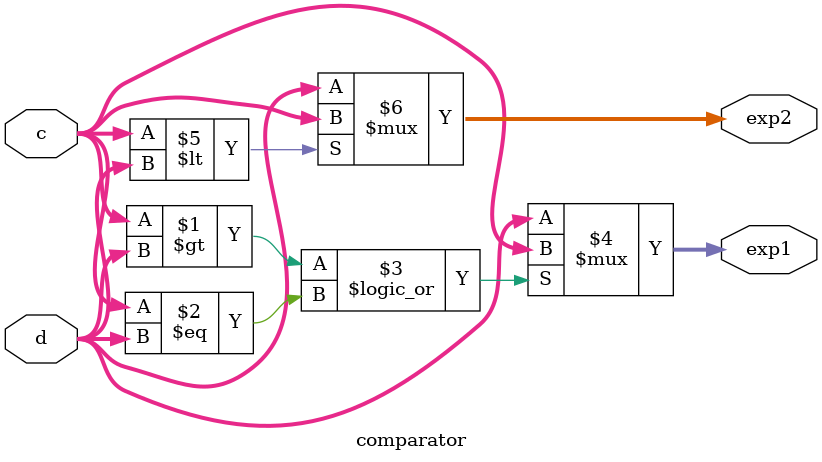
<source format=v>
module comparator(exp1,exp2,c,d);
input [7:0] c,d;
output [7:0] exp1,exp2;
assign exp1=(c>d) || (c==d) ? c:d;
assign exp2=(c<d)?c:d;
endmodule
</source>
